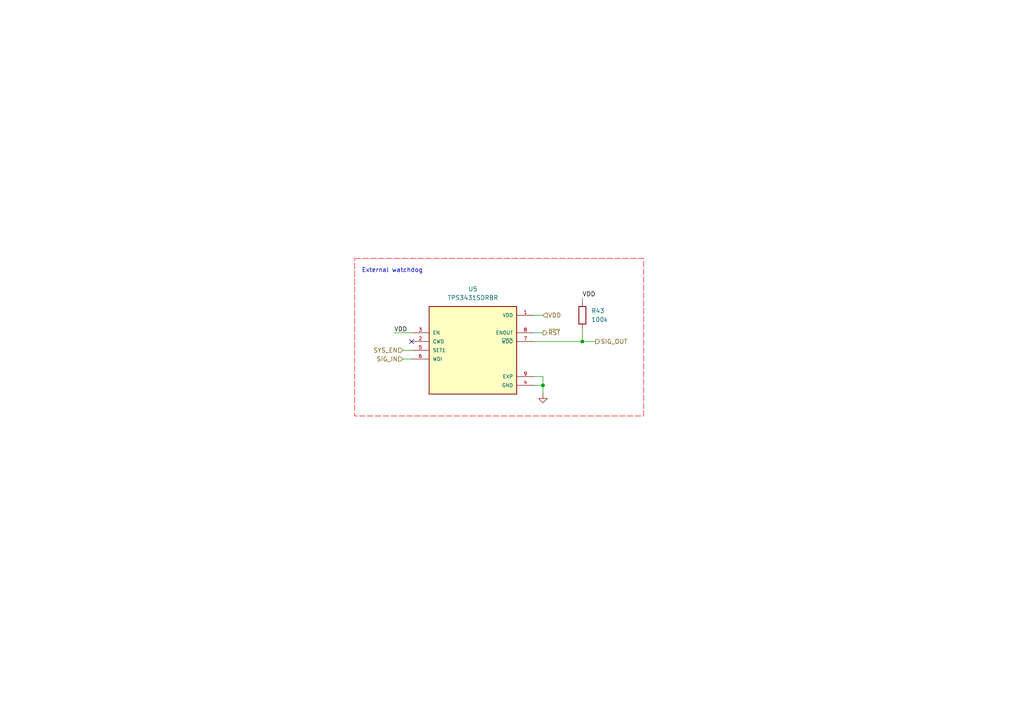
<source format=kicad_sch>
(kicad_sch (version 20250114) (generator "eeschema") (generator_version "9.0")
  (paper "A4")
  (lib_symbols
    (symbol "Device:R" (pin_numbers (hide yes)) (pin_names (offset 0))
      (property "Reference" "R" (at 2.032 0 90))
      (property "Value" "R" (at 0 0 90))
      (symbol "R_0_1"
        (rectangle (start -1.016 -2.54) (end 1.016 2.54) (stroke (width 0.254)))
      )
      (symbol "R_1_1"
        (pin passive line (at 0 3.81 270) (length 1.27) (name "~") (number "1"))
        (pin passive line (at 0 -3.81 90) (length 1.27) (name "~") (number "2"))
      )
    )
    (symbol "TPS3431SDRBR:TPS3431SDRBR" (pin_names (offset 1.016))
      (property "Reference" "U" (at -12.7 13.462 0))
      (property "Value" "TPS3431SDRBR" (at -12.7 -15.24 0))
      (symbol "TPS3431SDRBR_0_0"
        (rectangle (start -12.7 -12.7) (end 12.7 12.7) (stroke (width 0.254)) (fill (type background)))
        (pin input line (at -17.78 5.08 0) (length 5.08) (name "EN") (number "3"))
        (pin input line (at -17.78 2.54 0) (length 5.08) (name "CWD") (number "2"))
        (pin input line (at -17.78 0 0) (length 5.08) (name "SET1") (number "5"))
        (pin input line (at -17.78 -2.54 0) (length 5.08) (name "WDI") (number "6"))
        (pin power_in line (at 17.78 10.16 180) (length 5.08) (name "VDD") (number "1"))
        (pin output line (at 17.78 5.08 180) (length 5.08) (name "ENOUT") (number "8"))
        (pin output line (at 17.78 2.54 180) (length 5.08) (name "~{WDO}") (number "7"))
        (pin power_in line (at 17.78 -7.62 180) (length 5.08) (name "EXP") (number "9"))
        (pin power_in line (at 17.78 -10.16 180) (length 5.08) (name "GND") (number "4"))
      )
    )
    (symbol "power:GND" (power) (pin_numbers (hide yes)) (pin_names (offset 0) (hide yes))
      (property "Value" "GND" (at 0 -3.81 0))
      (symbol "GND_0_1"
        (polyline (pts (xy 0 0) (xy 0 -1.27) (xy 1.27 -1.27) (xy 0 -2.54) (xy -1.27 -1.27) (xy 0 -1.27)))
      )
      (symbol "GND_1_1"
        (pin power_in line (at 0 0 270) (length 0) (name "~") (number "1"))
      )
    )
  )
  (text "External watchdog" (at 104.902 78.486 0) (effects (font (size 1.27 1.27)) (justify left)))
  (junction (at 168.91 99.06))
  (junction (at 157.48 111.76))
  (no_connect (at 119.38 99.06))
  (wire (pts (xy 168.91 95.25) (xy 168.91 99.06)))
  (wire (pts (xy 154.94 96.52) (xy 157.48 96.52)))
  (wire (pts (xy 157.48 109.22) (xy 157.48 111.76)))
  (wire (pts (xy 116.84 104.14) (xy 119.38 104.14)))
  (wire (pts (xy 116.84 101.6) (xy 119.38 101.6)))
  (wire (pts (xy 154.94 99.06) (xy 168.91 99.06)))
  (wire (pts (xy 157.48 111.76) (xy 157.48 114.3)))
  (wire (pts (xy 168.91 99.06) (xy 172.72 99.06)))
  (wire (pts (xy 154.94 111.76) (xy 157.48 111.76)))
  (wire (pts (xy 154.94 91.44) (xy 157.48 91.44)))
  (wire (pts (xy 168.91 86.36) (xy 168.91 87.63)))
  (wire (pts (xy 114.3 96.52) (xy 119.38 96.52)))
  (wire (pts (xy 154.94 109.22) (xy 157.48 109.22)))
  (label "VDD" (at 114.3 96.52 0))
  (label "VDD" (at 168.91 86.36 0))
  (hierarchical_label "SYS_EN" (shape input) (at 116.84 101.6 180))
  (hierarchical_label "SIG_IN" (shape input) (at 116.84 104.14 180))
  (hierarchical_label "VDD" (shape input) (at 157.48 91.44 0))
  (hierarchical_label "SIG_OUT" (shape output) (at 172.72 99.06 0))
  (hierarchical_label "~{RST}" (shape output) (at 157.48 96.52 0))
  (rule_area (polyline (pts (xy 102.87 74.93) (xy 186.69 74.93) (xy 186.69 120.65) (xy 102.87 120.65)) (stroke (width 0) (type dash))))
  (symbol (lib_id "TPS3431SDRBR:TPS3431SDRBR") (at 137.16 101.6 0) (unit 1)
    (property "Reference" "U5" (at 137.16 83.82 0))
    (property "Value" "TPS3431SDRBR" (at 137.16 86.36 0))
    (property "Footprint" "TPS3431SDRBR:IC_TPS3431SDRBR" (effects (hide yes)))
    (property "MF" "Texas Instruments" (effects (hide yes)))
    (property "MAXIMUM_PACKAGE_HEIGHT" "1.0 mm" (effects (hide yes)))
    (property "Package" "VSON-8 Texas Instruments" (effects (hide yes)))
    (property "Price" "None" (effects (hide yes)))
    (property "Check_prices" "https://www.snapeda.com/parts/TPS3431SDRBR/Texas+Instruments/view-part/?ref=eda" (effects (hide yes)))
    (property "STANDARD" "Manufacturer Recommendations" (effects (hide yes)))
    (property "PARTREV" "A" (effects (hide yes)))
    (property "SnapEDA_Link" "https://www.snapeda.com/parts/TPS3431SDRBR/Texas+Instruments/view-part/?ref=snap" (effects (hide yes)))
    (property "MP" "TPS3431SDRBR" (effects (hide yes)))
    (property "Description_1" "Standard programmable watchdog timer with enable" (effects (hide yes)))
    (property "Availability" "In Stock" (effects (hide yes)))
    (property "MANUFACTURER" "Texas Instruments" (effects (hide yes)))
  )
  (symbol (lib_id "Device:R") (at 168.91 91.44 0) (unit 1)
    (property "Reference" "R43" (at 171.45 90.1699 0) (effects (justify left)))
    (property "Value" "100k" (at 171.45 92.7099 0) (effects (justify left)))
    (property "Footprint" "Resistor_SMD:R_0402_1005Metric" (effects (hide yes)))
    (property "Description" "Resistor" (effects (hide yes)))
  )
  (symbol (lib_id "power:GND") (at 157.48 114.3 0) (mirror y) (unit 1)
    (property "Reference" "#PWR043" (effects (hide yes)))
    (property "Value" "GND" (effects (hide yes)))
    (property "Description" "Power symbol creates a global label with name \"GND\" , ground" (effects (hide yes)))
  )
)
</source>
